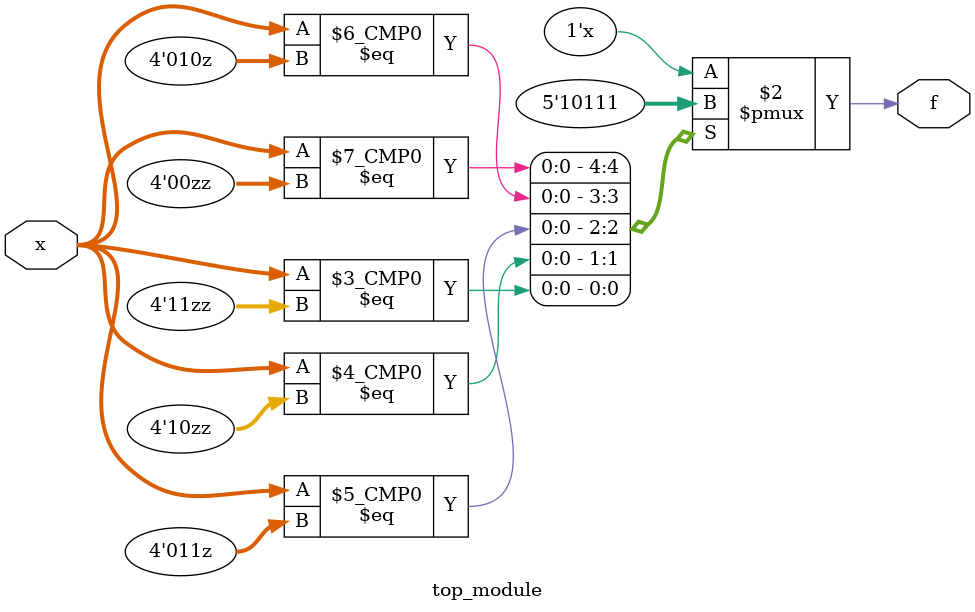
<source format=sv>
module top_module (
	input  [4:1] x,
	output logic f
);
  
  always_comb begin
    case (x)
      4'b00??: f = 1; // choose to output 1 for don't-care condition
      4'b010?: f = 0;
      4'b011?: f = 1;
      4'b01??: f = 0; // choose to output 0 for don't-care condition
      4'b10??: f = 1;
      4'b11??: f = 1;
      4'b1???: f = 0; // choose to output 0 for don't-care condition
      default: f = 0; // choose to output 0 for any other inputs
    endcase
  end

endmodule

</source>
